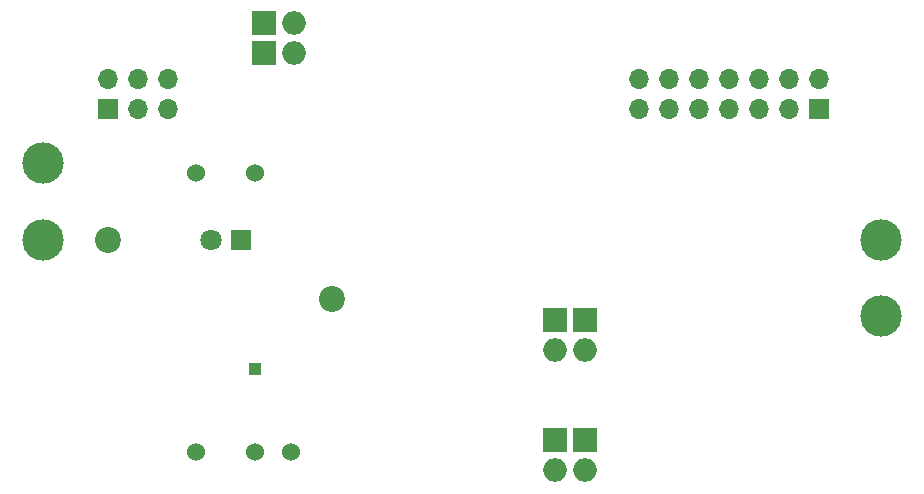
<source format=gbr>
G04 #@! TF.FileFunction,Soldermask,Bot*
%FSLAX46Y46*%
G04 Gerber Fmt 4.6, Leading zero omitted, Abs format (unit mm)*
G04 Created by KiCad (PCBNEW 4.0.7-e1-6374~58~ubuntu17.04.1) date Mon Aug 21 14:59:55 2017*
%MOMM*%
%LPD*%
G01*
G04 APERTURE LIST*
%ADD10C,0.100000*%
%ADD11C,2.200000*%
%ADD12C,3.500000*%
%ADD13R,1.000000X1.000000*%
%ADD14R,1.800000X1.800000*%
%ADD15C,1.800000*%
%ADD16C,1.524000*%
%ADD17R,1.700000X1.700000*%
%ADD18O,1.700000X1.700000*%
%ADD19R,2.000000X2.000000*%
%ADD20O,2.000000X2.000000*%
G04 APERTURE END LIST*
D10*
D11*
X134000000Y-115000000D03*
D12*
X180500000Y-116492000D03*
X180500000Y-109992000D03*
X109500000Y-103500000D03*
D13*
X127444500Y-120967500D03*
X127444500Y-120967500D03*
D14*
X126318000Y-109996000D03*
D15*
X123778000Y-109996000D03*
D16*
X127468000Y-104394000D03*
X122468000Y-104394000D03*
D17*
X115015000Y-98947000D03*
D18*
X115015000Y-96407000D03*
X117555000Y-98947000D03*
X117555000Y-96407000D03*
X120095000Y-98947000D03*
X120095000Y-96407000D03*
D17*
X175213000Y-98947000D03*
D18*
X175213000Y-96407000D03*
X172673000Y-98947000D03*
X172673000Y-96407000D03*
X170133000Y-98947000D03*
X170133000Y-96407000D03*
X167593000Y-98947000D03*
X167593000Y-96407000D03*
X165053000Y-98947000D03*
X165053000Y-96407000D03*
X162513000Y-98947000D03*
X162513000Y-96407000D03*
X159973000Y-98947000D03*
X159973000Y-96407000D03*
D16*
X130492500Y-128016000D03*
X127468000Y-128016000D03*
X122468000Y-128016000D03*
D19*
X128270000Y-91694000D03*
D20*
X130810000Y-91694000D03*
D19*
X128270000Y-94234000D03*
D20*
X130810000Y-94234000D03*
D19*
X155448000Y-127000000D03*
D20*
X155448000Y-129540000D03*
D19*
X155448000Y-116840000D03*
D20*
X155448000Y-119380000D03*
D19*
X152908000Y-127000000D03*
D20*
X152908000Y-129540000D03*
D19*
X152908000Y-116840000D03*
D20*
X152908000Y-119380000D03*
D12*
X109500000Y-110000000D03*
D11*
X115000000Y-110000000D03*
M02*

</source>
